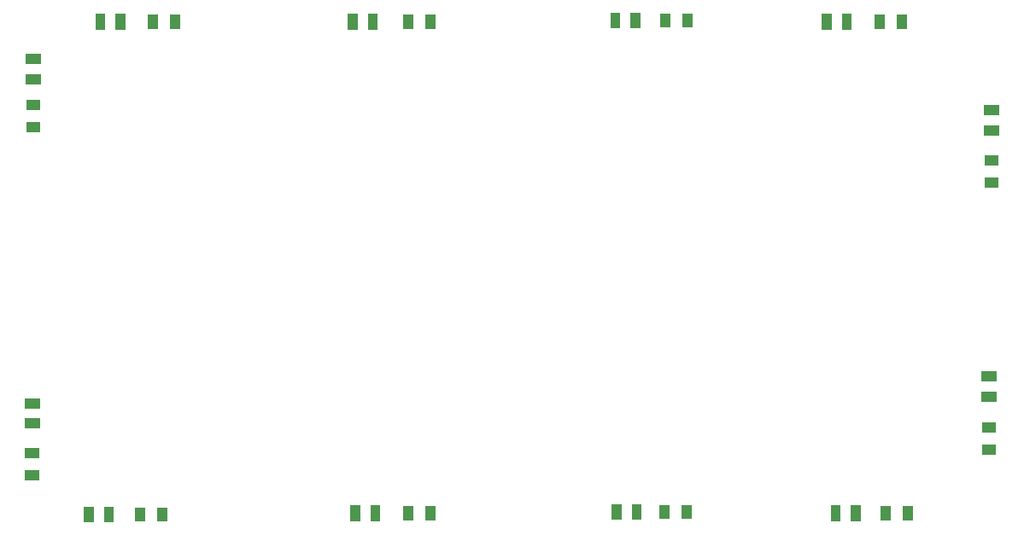
<source format=gbp>
G04 Layer: BottomPasteMaskLayer*
G04 EasyEDA v6.4.7, 2020-12-24T11:11:18+08:00*
G04 a96b1d35a67042aea81d214db1df88de,0371d748834c44ad86c168cee136e782,10*
G04 Gerber Generator version 0.2*
G04 Scale: 100 percent, Rotated: No, Reflected: No *
G04 Dimensions in millimeters *
G04 leading zeros omitted , absolute positions ,3 integer and 3 decimal *
%FSLAX33Y33*%
%MOMM*%
G90*
D02*


%LPD*%
G36*
G01X61349Y4458D02*
G01X60349Y4458D01*
G01X60349Y2907D01*
G01X61349Y2907D01*
G01X61349Y4458D01*
G37*
G36*
G01X63348Y4458D02*
G01X62348Y4458D01*
G01X62348Y2907D01*
G01X63348Y2907D01*
G01X63348Y4458D01*
G37*
G36*
G01X3823Y48124D02*
G01X3823Y49124D01*
G01X2272Y49124D01*
G01X2272Y48124D01*
G01X3823Y48124D01*
G37*
G36*
G01X3823Y46125D02*
G01X3823Y47125D01*
G01X2272Y47125D01*
G01X2272Y46125D01*
G01X3823Y46125D01*
G37*
G36*
G01X3696Y13961D02*
G01X3696Y14961D01*
G01X2145Y14961D01*
G01X2145Y13961D01*
G01X3696Y13961D01*
G37*
G36*
G01X3696Y11962D02*
G01X3696Y12962D01*
G01X2145Y12962D01*
G01X2145Y11962D01*
G01X3696Y11962D01*
G37*
G36*
G01X10168Y53099D02*
G01X9168Y53099D01*
G01X9168Y51548D01*
G01X10168Y51548D01*
G01X10168Y53099D01*
G37*
G36*
G01X12167Y53099D02*
G01X11167Y53099D01*
G01X11167Y51548D01*
G01X12167Y51548D01*
G01X12167Y53099D01*
G37*
G36*
G01X35187Y53099D02*
G01X34187Y53099D01*
G01X34187Y51548D01*
G01X35187Y51548D01*
G01X35187Y53099D01*
G37*
G36*
G01X37186Y53099D02*
G01X36186Y53099D01*
G01X36186Y51548D01*
G01X37186Y51548D01*
G01X37186Y53099D01*
G37*
G36*
G01X9025Y4204D02*
G01X8025Y4204D01*
G01X8025Y2653D01*
G01X9025Y2653D01*
G01X9025Y4204D01*
G37*
G36*
G01X11024Y4204D02*
G01X10024Y4204D01*
G01X10024Y2653D01*
G01X11024Y2653D01*
G01X11024Y4204D01*
G37*
G36*
G01X35441Y4331D02*
G01X34441Y4331D01*
G01X34441Y2780D01*
G01X35441Y2780D01*
G01X35441Y4331D01*
G37*
G36*
G01X37440Y4331D02*
G01X36440Y4331D01*
G01X36440Y2780D01*
G01X37440Y2780D01*
G01X37440Y4331D01*
G37*
G36*
G01X61222Y53226D02*
G01X60222Y53226D01*
G01X60222Y51675D01*
G01X61222Y51675D01*
G01X61222Y53226D01*
G37*
G36*
G01X63221Y53226D02*
G01X62221Y53226D01*
G01X62221Y51675D01*
G01X63221Y51675D01*
G01X63221Y53226D01*
G37*
G36*
G01X82177Y53099D02*
G01X81177Y53099D01*
G01X81177Y51548D01*
G01X82177Y51548D01*
G01X82177Y53099D01*
G37*
G36*
G01X84176Y53099D02*
G01X83176Y53099D01*
G01X83176Y51548D01*
G01X84176Y51548D01*
G01X84176Y53099D01*
G37*
G36*
G01X83066Y4331D02*
G01X82066Y4331D01*
G01X82066Y2780D01*
G01X83066Y2780D01*
G01X83066Y4331D01*
G37*
G36*
G01X85065Y4331D02*
G01X84065Y4331D01*
G01X84065Y2780D01*
G01X85065Y2780D01*
G01X85065Y4331D01*
G37*
G36*
G01X98565Y16628D02*
G01X98565Y17628D01*
G01X97014Y17628D01*
G01X97014Y16628D01*
G01X98565Y16628D01*
G37*
G36*
G01X98565Y14629D02*
G01X98565Y15629D01*
G01X97014Y15629D01*
G01X97014Y14629D01*
G01X98565Y14629D01*
G37*
G36*
G01X98819Y43044D02*
G01X98819Y44044D01*
G01X97268Y44044D01*
G01X97268Y43044D01*
G01X98819Y43044D01*
G37*
G36*
G01X98819Y41045D02*
G01X98819Y42045D01*
G01X97268Y42045D01*
G01X97268Y41045D01*
G01X98819Y41045D01*
G37*
G36*
G01X68401Y53150D02*
G01X67401Y53150D01*
G01X67401Y51751D01*
G01X68401Y51751D01*
G01X68401Y53150D01*
G37*
G36*
G01X66201Y53150D02*
G01X65201Y53150D01*
G01X65201Y51751D01*
G01X66201Y51751D01*
G01X66201Y53150D01*
G37*
G36*
G01X42874Y4255D02*
G01X41874Y4255D01*
G01X41874Y2856D01*
G01X42874Y2856D01*
G01X42874Y4255D01*
G37*
G36*
G01X40674Y4255D02*
G01X39674Y4255D01*
G01X39674Y2856D01*
G01X40674Y2856D01*
G01X40674Y4255D01*
G37*
G36*
G01X3620Y6782D02*
G01X3620Y7782D01*
G01X2221Y7782D01*
G01X2221Y6782D01*
G01X3620Y6782D01*
G37*
G36*
G01X3620Y8982D02*
G01X3620Y9982D01*
G01X2221Y9982D01*
G01X2221Y8982D01*
G01X3620Y8982D01*
G37*
G36*
G01X3747Y41326D02*
G01X3747Y42326D01*
G01X2348Y42326D01*
G01X2348Y41326D01*
G01X3747Y41326D01*
G37*
G36*
G01X3747Y43526D02*
G01X3747Y44526D01*
G01X2348Y44526D01*
G01X2348Y43526D01*
G01X3747Y43526D01*
G37*
G36*
G01X90245Y4255D02*
G01X89245Y4255D01*
G01X89245Y2856D01*
G01X90245Y2856D01*
G01X90245Y4255D01*
G37*
G36*
G01X88045Y4255D02*
G01X87045Y4255D01*
G01X87045Y2856D01*
G01X88045Y2856D01*
G01X88045Y4255D01*
G37*
G36*
G01X98489Y9322D02*
G01X98489Y10322D01*
G01X97090Y10322D01*
G01X97090Y9322D01*
G01X98489Y9322D01*
G37*
G36*
G01X98489Y11522D02*
G01X98489Y12522D01*
G01X97090Y12522D01*
G01X97090Y11522D01*
G01X98489Y11522D01*
G37*
G36*
G01X98743Y35865D02*
G01X98743Y36865D01*
G01X97344Y36865D01*
G01X97344Y35865D01*
G01X98743Y35865D01*
G37*
G36*
G01X98743Y38065D02*
G01X98743Y39065D01*
G01X97344Y39065D01*
G01X97344Y38065D01*
G01X98743Y38065D01*
G37*
G36*
G01X89610Y53023D02*
G01X88610Y53023D01*
G01X88610Y51624D01*
G01X89610Y51624D01*
G01X89610Y53023D01*
G37*
G36*
G01X87410Y53023D02*
G01X86410Y53023D01*
G01X86410Y51624D01*
G01X87410Y51624D01*
G01X87410Y53023D01*
G37*
G36*
G01X16331Y4128D02*
G01X15331Y4128D01*
G01X15331Y2729D01*
G01X16331Y2729D01*
G01X16331Y4128D01*
G37*
G36*
G01X14131Y4128D02*
G01X13131Y4128D01*
G01X13131Y2729D01*
G01X14131Y2729D01*
G01X14131Y4128D01*
G37*
G36*
G01X42874Y53023D02*
G01X41874Y53023D01*
G01X41874Y51624D01*
G01X42874Y51624D01*
G01X42874Y53023D01*
G37*
G36*
G01X40674Y53023D02*
G01X39674Y53023D01*
G01X39674Y51624D01*
G01X40674Y51624D01*
G01X40674Y53023D01*
G37*
G36*
G01X17601Y53023D02*
G01X16601Y53023D01*
G01X16601Y51624D01*
G01X17601Y51624D01*
G01X17601Y53023D01*
G37*
G36*
G01X15401Y53023D02*
G01X14401Y53023D01*
G01X14401Y51624D01*
G01X15401Y51624D01*
G01X15401Y53023D01*
G37*
G36*
G01X68274Y4382D02*
G01X67274Y4382D01*
G01X67274Y2983D01*
G01X68274Y2983D01*
G01X68274Y4382D01*
G37*
G36*
G01X66074Y4382D02*
G01X65074Y4382D01*
G01X65074Y2983D01*
G01X66074Y2983D01*
G01X66074Y4382D01*
G37*
M00*
M02*

</source>
